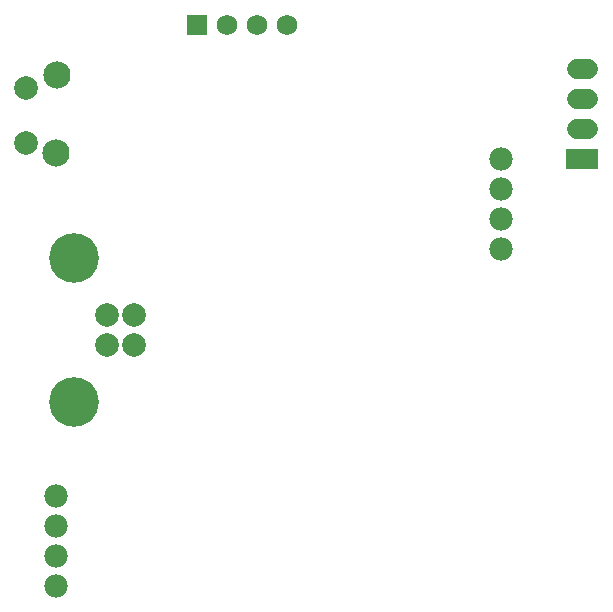
<source format=gbs>
G04 Layer: BottomSolderMaskLayer*
G04 EasyEDA v5.9.42, Sat, 09 Mar 2019 23:57:52 GMT*
G04 162059df4c4b4fe6933ecd086f83df09*
G04 Gerber Generator version 0.2*
G04 Scale: 100 percent, Rotated: No, Reflected: No *
G04 Dimensions in millimeters *
G04 leading zeros omitted , absolute positions ,3 integer and 3 decimal *
%FSLAX33Y33*%
%MOMM*%
G90*
G71D02*

%ADD38C,1.727200*%
%ADD39C,1.981200*%
%ADD41C,2.003196*%
%ADD42C,4.203192*%
%ADD49C,2.303196*%
%ADD50R,1.727200X1.727200*%
%ADD51R,2.703195X1.727200*%

%LPD*%
G54D38*
G01X50258Y51412D02*
G01X49280Y51412D01*
G01X50258Y48862D02*
G01X49280Y48862D01*
G01X50258Y54001D02*
G01X49280Y54001D01*
G54D39*
G01X42869Y38712D03*
G01X42869Y41252D03*
G01X42869Y43792D03*
G01X42869Y46332D03*
G54D41*
G01X11800Y30600D03*
G01X11800Y33140D03*
G01X9514Y33140D03*
G01X9514Y30600D03*
G54D42*
G01X6720Y25774D03*
G01X6720Y37966D03*
G54D39*
G01X5169Y10212D03*
G01X5169Y12752D03*
G01X5169Y15292D03*
G01X5169Y17832D03*
G54D49*
G01X5192Y46824D03*
G01X5292Y53424D03*
G54D41*
G01X2692Y52324D03*
G01X2692Y47724D03*
G54D38*
G01X24711Y57724D03*
G01X22171Y57724D03*
G01X19631Y57724D03*
G54D50*
G01X17091Y57724D03*
G54D51*
G01X49769Y46313D03*
M00*
M02*

</source>
